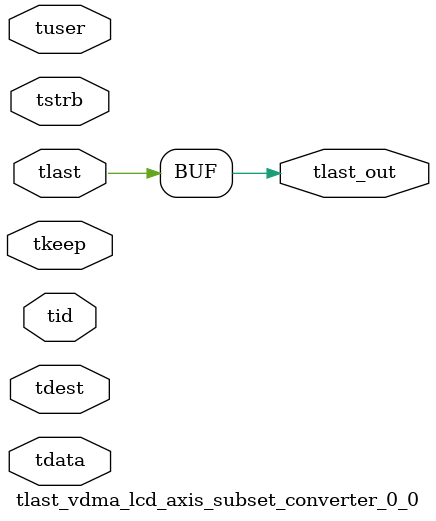
<source format=v>


`timescale 1ps/1ps

module tlast_vdma_lcd_axis_subset_converter_0_0 #
(
parameter C_S_AXIS_TID_WIDTH   = 1,
parameter C_S_AXIS_TUSER_WIDTH = 0,
parameter C_S_AXIS_TDATA_WIDTH = 0,
parameter C_S_AXIS_TDEST_WIDTH = 0
)
(
input  [(C_S_AXIS_TID_WIDTH   == 0 ? 1 : C_S_AXIS_TID_WIDTH)-1:0       ] tid,
input  [(C_S_AXIS_TDATA_WIDTH == 0 ? 1 : C_S_AXIS_TDATA_WIDTH)-1:0     ] tdata,
input  [(C_S_AXIS_TUSER_WIDTH == 0 ? 1 : C_S_AXIS_TUSER_WIDTH)-1:0     ] tuser,
input  [(C_S_AXIS_TDEST_WIDTH == 0 ? 1 : C_S_AXIS_TDEST_WIDTH)-1:0     ] tdest,
input  [(C_S_AXIS_TDATA_WIDTH/8)-1:0 ] tkeep,
input  [(C_S_AXIS_TDATA_WIDTH/8)-1:0 ] tstrb,
input  [0:0]                                                             tlast,
output                                                                   tlast_out
);

assign tlast_out = {tlast};

endmodule


</source>
